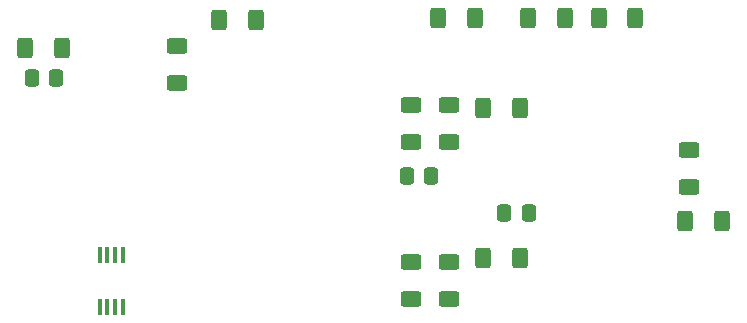
<source format=gbr>
%TF.GenerationSoftware,KiCad,Pcbnew,(6.0.2)*%
%TF.CreationDate,2022-06-08T22:41:36-07:00*%
%TF.ProjectId,TrailAlarm,54726169-6c41-46c6-9172-6d2e6b696361,1*%
%TF.SameCoordinates,Original*%
%TF.FileFunction,Paste,Top*%
%TF.FilePolarity,Positive*%
%FSLAX46Y46*%
G04 Gerber Fmt 4.6, Leading zero omitted, Abs format (unit mm)*
G04 Created by KiCad (PCBNEW (6.0.2)) date 2022-06-08 22:41:36*
%MOMM*%
%LPD*%
G01*
G04 APERTURE LIST*
G04 Aperture macros list*
%AMRoundRect*
0 Rectangle with rounded corners*
0 $1 Rounding radius*
0 $2 $3 $4 $5 $6 $7 $8 $9 X,Y pos of 4 corners*
0 Add a 4 corners polygon primitive as box body*
4,1,4,$2,$3,$4,$5,$6,$7,$8,$9,$2,$3,0*
0 Add four circle primitives for the rounded corners*
1,1,$1+$1,$2,$3*
1,1,$1+$1,$4,$5*
1,1,$1+$1,$6,$7*
1,1,$1+$1,$8,$9*
0 Add four rect primitives between the rounded corners*
20,1,$1+$1,$2,$3,$4,$5,0*
20,1,$1+$1,$4,$5,$6,$7,0*
20,1,$1+$1,$6,$7,$8,$9,0*
20,1,$1+$1,$8,$9,$2,$3,0*%
G04 Aperture macros list end*
%ADD10RoundRect,0.250000X-0.400000X-0.625000X0.400000X-0.625000X0.400000X0.625000X-0.400000X0.625000X0*%
%ADD11RoundRect,0.250000X0.625000X-0.400000X0.625000X0.400000X-0.625000X0.400000X-0.625000X-0.400000X0*%
%ADD12RoundRect,0.250000X-0.625000X0.400000X-0.625000X-0.400000X0.625000X-0.400000X0.625000X0.400000X0*%
%ADD13RoundRect,0.250000X0.337500X0.475000X-0.337500X0.475000X-0.337500X-0.475000X0.337500X-0.475000X0*%
%ADD14R,0.450000X1.425000*%
%ADD15RoundRect,0.250000X0.400000X0.625000X-0.400000X0.625000X-0.400000X-0.625000X0.400000X-0.625000X0*%
%ADD16RoundRect,0.250000X-0.337500X-0.475000X0.337500X-0.475000X0.337500X0.475000X-0.337500X0.475000X0*%
G04 APERTURE END LIST*
D10*
%TO.C,R4*%
X155496259Y-114309259D03*
X158596259Y-114309259D03*
%TD*%
%TO.C,R18*%
X159306259Y-121929259D03*
X162406259Y-121929259D03*
%TD*%
D11*
%TO.C,R19*%
X153236259Y-138084259D03*
X153236259Y-134984259D03*
%TD*%
D12*
%TO.C,R8*%
X176731259Y-125459259D03*
X176731259Y-128559259D03*
%TD*%
D10*
%TO.C,R1*%
X176451259Y-131454259D03*
X179551259Y-131454259D03*
%TD*%
D11*
%TO.C,R17*%
X156411259Y-124749259D03*
X156411259Y-121649259D03*
%TD*%
D10*
%TO.C,R2*%
X136963519Y-114427000D03*
X140063519Y-114427000D03*
%TD*%
D12*
%TO.C,R20*%
X156411259Y-134984259D03*
X156411259Y-138084259D03*
%TD*%
D10*
%TO.C,R21*%
X159326259Y-134629259D03*
X162426259Y-134629259D03*
%TD*%
D12*
%TO.C,R16*%
X153236259Y-121649259D03*
X153236259Y-124749259D03*
%TD*%
D13*
%TO.C,C13*%
X163163759Y-130819259D03*
X161088759Y-130819259D03*
%TD*%
D11*
%TO.C,R15*%
X133433519Y-119787000D03*
X133433519Y-116687000D03*
%TD*%
D10*
%TO.C,R10*%
X120571259Y-116849259D03*
X123671259Y-116849259D03*
%TD*%
D14*
%TO.C,IC1*%
X126861259Y-138746259D03*
X127511259Y-138746259D03*
X128161259Y-138746259D03*
X128811259Y-138746259D03*
X128811259Y-134322259D03*
X128161259Y-134322259D03*
X127511259Y-134322259D03*
X126861259Y-134322259D03*
%TD*%
D15*
%TO.C,R3*%
X166216259Y-114309259D03*
X163116259Y-114309259D03*
%TD*%
D16*
%TO.C,C7*%
X121083759Y-119389259D03*
X123158759Y-119389259D03*
%TD*%
%TO.C,C11*%
X152833759Y-127644259D03*
X154908759Y-127644259D03*
%TD*%
D10*
%TO.C,R9*%
X169094519Y-114300000D03*
X172194519Y-114300000D03*
%TD*%
M02*

</source>
